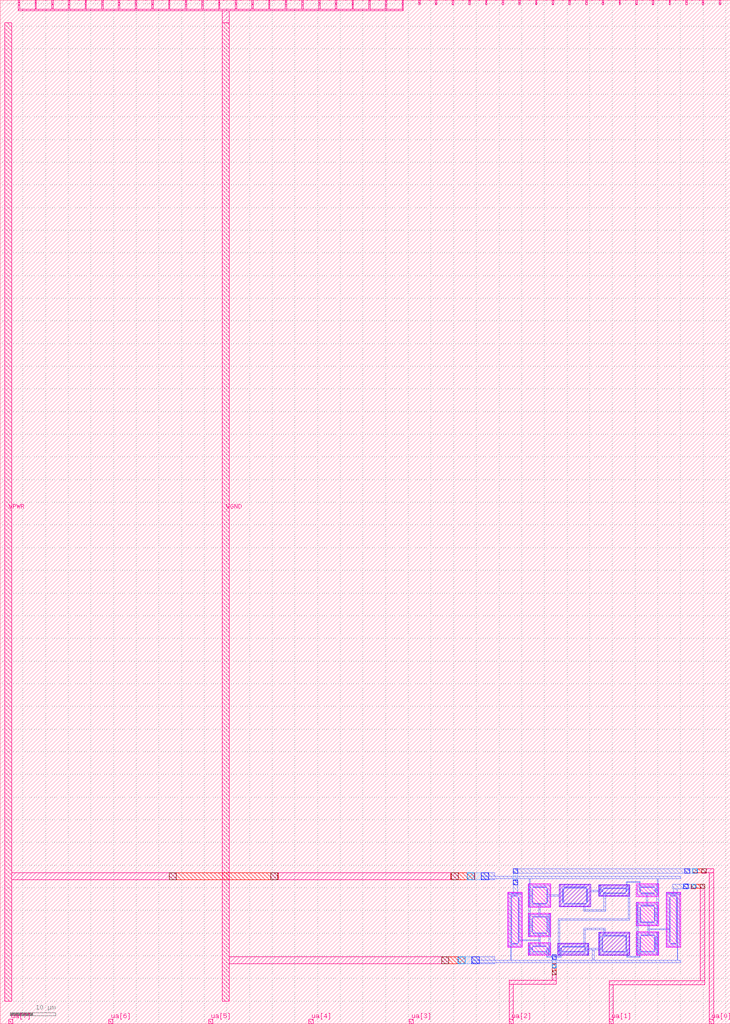
<source format=lef>
VERSION 5.7 ;
  NOWIREEXTENSIONATPIN ON ;
  DIVIDERCHAR "/" ;
  BUSBITCHARS "[]" ;
MACRO tt_um_adennen_inverter
  CLASS BLOCK ;
  FOREIGN tt_um_adennen_inverter ;
  ORIGIN 0.000 0.000 ;
  SIZE 161.000 BY 225.760 ;
  PIN clk
    DIRECTION INPUT ;
    USE SIGNAL ;
    PORT
      LAYER met4 ;
        RECT 154.870 224.760 155.170 225.760 ;
    END
  END clk
  PIN ena
    DIRECTION INPUT ;
    USE SIGNAL ;
    PORT
      LAYER met4 ;
        RECT 158.550 224.760 158.850 225.760 ;
    END
  END ena
  PIN rst_n
    DIRECTION INPUT ;
    USE SIGNAL ;
    PORT
      LAYER met4 ;
        RECT 151.190 224.760 151.490 225.760 ;
    END
  END rst_n
  PIN ua[0]
    DIRECTION INOUT ;
    USE SIGNAL ;
    ANTENNADIFFAREA 4.892600 ;
    PORT
      LAYER met4 ;
        RECT 156.410 0.000 157.310 1.000 ;
    END
  END ua[0]
  PIN ua[1]
    DIRECTION INOUT ;
    USE SIGNAL ;
    ANTENNADIFFAREA 4.892600 ;
    PORT
      LAYER met4 ;
        RECT 134.330 0.000 135.230 1.000 ;
    END
  END ua[1]
  PIN ua[2]
    DIRECTION INOUT ;
    USE SIGNAL ;
    ANTENNADIFFAREA 0.339300 ;
    PORT
      LAYER met4 ;
        RECT 112.250 0.000 113.150 1.000 ;
    END
  END ua[2]
  PIN ua[3]
    DIRECTION INOUT ;
    USE SIGNAL ;
    PORT
      LAYER met4 ;
        RECT 90.170 0.000 91.070 1.000 ;
    END
  END ua[3]
  PIN ua[4]
    DIRECTION INOUT ;
    USE SIGNAL ;
    PORT
      LAYER met4 ;
        RECT 68.090 0.000 68.990 1.000 ;
    END
  END ua[4]
  PIN ua[5]
    DIRECTION INOUT ;
    USE SIGNAL ;
    PORT
      LAYER met4 ;
        RECT 46.010 0.000 46.910 1.000 ;
    END
  END ua[5]
  PIN ua[6]
    DIRECTION INOUT ;
    USE SIGNAL ;
    PORT
      LAYER met4 ;
        RECT 23.930 0.000 24.830 1.000 ;
    END
  END ua[6]
  PIN ua[7]
    DIRECTION INOUT ;
    USE SIGNAL ;
    PORT
      LAYER met4 ;
        RECT 1.850 0.000 2.750 1.000 ;
    END
  END ua[7]
  PIN ui_in[0]
    DIRECTION INPUT ;
    USE SIGNAL ;
    PORT
      LAYER met4 ;
        RECT 147.510 224.760 147.810 225.760 ;
    END
  END ui_in[0]
  PIN ui_in[1]
    DIRECTION INPUT ;
    USE SIGNAL ;
    PORT
      LAYER met4 ;
        RECT 143.830 224.760 144.130 225.760 ;
    END
  END ui_in[1]
  PIN ui_in[2]
    DIRECTION INPUT ;
    USE SIGNAL ;
    PORT
      LAYER met4 ;
        RECT 140.150 224.760 140.450 225.760 ;
    END
  END ui_in[2]
  PIN ui_in[3]
    DIRECTION INPUT ;
    USE SIGNAL ;
    PORT
      LAYER met4 ;
        RECT 136.470 224.760 136.770 225.760 ;
    END
  END ui_in[3]
  PIN ui_in[4]
    DIRECTION INPUT ;
    USE SIGNAL ;
    PORT
      LAYER met4 ;
        RECT 132.790 224.760 133.090 225.760 ;
    END
  END ui_in[4]
  PIN ui_in[5]
    DIRECTION INPUT ;
    USE SIGNAL ;
    PORT
      LAYER met4 ;
        RECT 129.110 224.760 129.410 225.760 ;
    END
  END ui_in[5]
  PIN ui_in[6]
    DIRECTION INPUT ;
    USE SIGNAL ;
    PORT
      LAYER met4 ;
        RECT 125.430 224.760 125.730 225.760 ;
    END
  END ui_in[6]
  PIN ui_in[7]
    DIRECTION INPUT ;
    USE SIGNAL ;
    PORT
      LAYER met4 ;
        RECT 121.750 224.760 122.050 225.760 ;
    END
  END ui_in[7]
  PIN uio_in[0]
    DIRECTION INPUT ;
    USE SIGNAL ;
    PORT
      LAYER met4 ;
        RECT 118.070 224.760 118.370 225.760 ;
    END
  END uio_in[0]
  PIN uio_in[1]
    DIRECTION INPUT ;
    USE SIGNAL ;
    PORT
      LAYER met4 ;
        RECT 114.390 224.760 114.690 225.760 ;
    END
  END uio_in[1]
  PIN uio_in[2]
    DIRECTION INPUT ;
    USE SIGNAL ;
    PORT
      LAYER met4 ;
        RECT 110.710 224.760 111.010 225.760 ;
    END
  END uio_in[2]
  PIN uio_in[3]
    DIRECTION INPUT ;
    USE SIGNAL ;
    PORT
      LAYER met4 ;
        RECT 107.030 224.760 107.330 225.760 ;
    END
  END uio_in[3]
  PIN uio_in[4]
    DIRECTION INPUT ;
    USE SIGNAL ;
    PORT
      LAYER met4 ;
        RECT 103.350 224.760 103.650 225.760 ;
    END
  END uio_in[4]
  PIN uio_in[5]
    DIRECTION INPUT ;
    USE SIGNAL ;
    PORT
      LAYER met4 ;
        RECT 99.670 224.760 99.970 225.760 ;
    END
  END uio_in[5]
  PIN uio_in[6]
    DIRECTION INPUT ;
    USE SIGNAL ;
    PORT
      LAYER met4 ;
        RECT 95.990 224.760 96.290 225.760 ;
    END
  END uio_in[6]
  PIN uio_in[7]
    DIRECTION INPUT ;
    USE SIGNAL ;
    PORT
      LAYER met4 ;
        RECT 92.310 224.760 92.610 225.760 ;
    END
  END uio_in[7]
  PIN uio_oe[0]
    DIRECTION OUTPUT TRISTATE ;
    USE SIGNAL ;
    ANTENNAGATEAREA 26.000000 ;
    ANTENNADIFFAREA 16.568199 ;
    PORT
      LAYER met4 ;
        RECT 29.750 224.760 30.050 225.760 ;
    END
  END uio_oe[0]
  PIN uio_oe[1]
    DIRECTION OUTPUT TRISTATE ;
    USE SIGNAL ;
    ANTENNAGATEAREA 26.000000 ;
    ANTENNADIFFAREA 16.568199 ;
    PORT
      LAYER met4 ;
        RECT 26.070 224.760 26.370 225.760 ;
    END
  END uio_oe[1]
  PIN uio_oe[2]
    DIRECTION OUTPUT TRISTATE ;
    USE SIGNAL ;
    ANTENNAGATEAREA 26.000000 ;
    ANTENNADIFFAREA 16.568199 ;
    PORT
      LAYER met4 ;
        RECT 22.390 224.760 22.690 225.760 ;
    END
  END uio_oe[2]
  PIN uio_oe[3]
    DIRECTION OUTPUT TRISTATE ;
    USE SIGNAL ;
    ANTENNAGATEAREA 26.000000 ;
    ANTENNADIFFAREA 16.568199 ;
    PORT
      LAYER met4 ;
        RECT 18.710 224.760 19.010 225.760 ;
    END
  END uio_oe[3]
  PIN uio_oe[4]
    DIRECTION OUTPUT TRISTATE ;
    USE SIGNAL ;
    ANTENNAGATEAREA 26.000000 ;
    ANTENNADIFFAREA 16.568199 ;
    PORT
      LAYER met4 ;
        RECT 15.030 224.760 15.330 225.760 ;
    END
  END uio_oe[4]
  PIN uio_oe[5]
    DIRECTION OUTPUT TRISTATE ;
    USE SIGNAL ;
    ANTENNAGATEAREA 26.000000 ;
    ANTENNADIFFAREA 16.568199 ;
    PORT
      LAYER met4 ;
        RECT 11.350 224.760 11.650 225.760 ;
    END
  END uio_oe[5]
  PIN uio_oe[6]
    DIRECTION OUTPUT TRISTATE ;
    USE SIGNAL ;
    ANTENNAGATEAREA 26.000000 ;
    ANTENNADIFFAREA 16.568199 ;
    PORT
      LAYER met4 ;
        RECT 7.670 224.760 7.970 225.760 ;
    END
  END uio_oe[6]
  PIN uio_oe[7]
    DIRECTION OUTPUT TRISTATE ;
    USE SIGNAL ;
    ANTENNAGATEAREA 26.000000 ;
    ANTENNADIFFAREA 16.568199 ;
    PORT
      LAYER met4 ;
        RECT 3.990 224.760 4.290 225.760 ;
    END
  END uio_oe[7]
  PIN uio_out[0]
    DIRECTION OUTPUT TRISTATE ;
    USE SIGNAL ;
    ANTENNAGATEAREA 26.000000 ;
    ANTENNADIFFAREA 16.568199 ;
    PORT
      LAYER met4 ;
        RECT 59.190 224.760 59.490 225.760 ;
    END
  END uio_out[0]
  PIN uio_out[1]
    DIRECTION OUTPUT TRISTATE ;
    USE SIGNAL ;
    ANTENNAGATEAREA 26.000000 ;
    ANTENNADIFFAREA 16.568199 ;
    PORT
      LAYER met4 ;
        RECT 55.510 224.760 55.810 225.760 ;
    END
  END uio_out[1]
  PIN uio_out[2]
    DIRECTION OUTPUT TRISTATE ;
    USE SIGNAL ;
    ANTENNAGATEAREA 26.000000 ;
    ANTENNADIFFAREA 16.568199 ;
    PORT
      LAYER met4 ;
        RECT 51.830 224.760 52.130 225.760 ;
    END
  END uio_out[2]
  PIN uio_out[3]
    DIRECTION OUTPUT TRISTATE ;
    USE SIGNAL ;
    ANTENNAGATEAREA 26.000000 ;
    ANTENNADIFFAREA 16.568199 ;
    PORT
      LAYER met4 ;
        RECT 48.150 224.760 48.450 225.760 ;
    END
  END uio_out[3]
  PIN uio_out[4]
    DIRECTION OUTPUT TRISTATE ;
    USE SIGNAL ;
    ANTENNAGATEAREA 26.000000 ;
    ANTENNADIFFAREA 16.568199 ;
    PORT
      LAYER met4 ;
        RECT 44.470 224.760 44.770 225.760 ;
    END
  END uio_out[4]
  PIN uio_out[5]
    DIRECTION OUTPUT TRISTATE ;
    USE SIGNAL ;
    ANTENNAGATEAREA 26.000000 ;
    ANTENNADIFFAREA 16.568199 ;
    PORT
      LAYER met4 ;
        RECT 40.790 224.760 41.090 225.760 ;
    END
  END uio_out[5]
  PIN uio_out[6]
    DIRECTION OUTPUT TRISTATE ;
    USE SIGNAL ;
    ANTENNAGATEAREA 26.000000 ;
    ANTENNADIFFAREA 16.568199 ;
    PORT
      LAYER met4 ;
        RECT 37.110 224.760 37.410 225.760 ;
    END
  END uio_out[6]
  PIN uio_out[7]
    DIRECTION OUTPUT TRISTATE ;
    USE SIGNAL ;
    ANTENNAGATEAREA 26.000000 ;
    ANTENNADIFFAREA 16.568199 ;
    PORT
      LAYER met4 ;
        RECT 33.430 224.760 33.730 225.760 ;
    END
  END uio_out[7]
  PIN uo_out[0]
    DIRECTION OUTPUT TRISTATE ;
    USE SIGNAL ;
    ANTENNAGATEAREA 26.000000 ;
    ANTENNADIFFAREA 16.568199 ;
    PORT
      LAYER met4 ;
        RECT 88.630 224.760 88.930 225.760 ;
    END
  END uo_out[0]
  PIN uo_out[1]
    DIRECTION OUTPUT TRISTATE ;
    USE SIGNAL ;
    ANTENNAGATEAREA 26.000000 ;
    ANTENNADIFFAREA 16.568199 ;
    PORT
      LAYER met4 ;
        RECT 84.950 224.760 85.250 225.760 ;
    END
  END uo_out[1]
  PIN uo_out[2]
    DIRECTION OUTPUT TRISTATE ;
    USE SIGNAL ;
    ANTENNAGATEAREA 26.000000 ;
    ANTENNADIFFAREA 16.568199 ;
    PORT
      LAYER met4 ;
        RECT 81.270 224.760 81.570 225.760 ;
    END
  END uo_out[2]
  PIN uo_out[3]
    DIRECTION OUTPUT TRISTATE ;
    USE SIGNAL ;
    ANTENNAGATEAREA 26.000000 ;
    ANTENNADIFFAREA 16.568199 ;
    PORT
      LAYER met4 ;
        RECT 77.590 224.760 77.890 225.760 ;
    END
  END uo_out[3]
  PIN uo_out[4]
    DIRECTION OUTPUT TRISTATE ;
    USE SIGNAL ;
    ANTENNAGATEAREA 26.000000 ;
    ANTENNADIFFAREA 16.568199 ;
    PORT
      LAYER met4 ;
        RECT 73.910 224.760 74.210 225.760 ;
    END
  END uo_out[4]
  PIN uo_out[5]
    DIRECTION OUTPUT TRISTATE ;
    USE SIGNAL ;
    ANTENNAGATEAREA 26.000000 ;
    ANTENNADIFFAREA 16.568199 ;
    PORT
      LAYER met4 ;
        RECT 70.230 224.760 70.530 225.760 ;
    END
  END uo_out[5]
  PIN uo_out[6]
    DIRECTION OUTPUT TRISTATE ;
    USE SIGNAL ;
    ANTENNAGATEAREA 26.000000 ;
    ANTENNADIFFAREA 16.568199 ;
    PORT
      LAYER met4 ;
        RECT 66.550 224.760 66.850 225.760 ;
    END
  END uo_out[6]
  PIN uo_out[7]
    DIRECTION OUTPUT TRISTATE ;
    USE SIGNAL ;
    ANTENNAGATEAREA 26.000000 ;
    ANTENNADIFFAREA 16.568199 ;
    PORT
      LAYER met4 ;
        RECT 62.870 224.760 63.170 225.760 ;
    END
  END uo_out[7]
  PIN VPWR
    DIRECTION INOUT ;
    USE POWER ;
    PORT
      LAYER met4 ;
        RECT 1.000 5.000 2.500 220.760 ;
    END
  END VPWR
  PIN VGND
    DIRECTION INOUT ;
    USE GROUND ;
    PORT
      LAYER met4 ;
        RECT 49.000 5.000 50.500 220.760 ;
    END
  END VGND
  OBS
      LAYER nwell ;
        RECT 111.890 16.830 115.150 29.020 ;
        RECT 116.480 25.650 121.440 30.840 ;
      LAYER pwell ;
        RECT 123.330 25.770 130.190 30.770 ;
        RECT 132.020 28.080 138.880 30.650 ;
      LAYER nwell ;
        RECT 140.290 28.050 145.250 30.840 ;
        RECT 116.485 19.185 121.445 24.375 ;
        RECT 140.270 21.570 145.230 26.760 ;
        RECT 116.470 15.110 121.430 17.900 ;
      LAYER pwell ;
        RECT 122.980 15.150 129.840 17.720 ;
        RECT 132.000 15.140 138.860 20.140 ;
      LAYER nwell ;
        RECT 140.280 15.100 145.240 20.290 ;
        RECT 146.830 16.830 150.090 29.020 ;
      LAYER li1 ;
        RECT 116.660 30.490 121.260 30.660 ;
        RECT 116.660 30.180 116.830 30.490 ;
        RECT 112.550 28.840 114.500 28.860 ;
        RECT 112.070 28.670 114.970 28.840 ;
        RECT 112.070 17.180 112.240 28.670 ;
        RECT 112.550 28.640 114.500 28.670 ;
        RECT 112.870 28.160 114.170 28.330 ;
        RECT 112.640 17.905 112.810 27.945 ;
        RECT 114.230 17.905 114.400 27.945 ;
        RECT 112.870 17.520 114.170 17.690 ;
        RECT 114.800 17.180 114.970 28.670 ;
        RECT 116.630 26.310 116.850 30.180 ;
        RECT 117.460 29.980 120.460 30.150 ;
        RECT 117.230 26.725 117.400 29.765 ;
        RECT 120.520 26.725 120.690 29.765 ;
        RECT 117.460 26.340 120.460 26.510 ;
        RECT 116.660 26.000 116.830 26.310 ;
        RECT 121.090 26.000 121.260 30.490 ;
        RECT 116.660 25.830 121.260 26.000 ;
        RECT 123.460 30.470 130.060 30.640 ;
        RECT 123.460 26.070 123.630 30.470 ;
        RECT 124.260 29.960 129.260 30.130 ;
        RECT 124.030 26.750 124.200 29.790 ;
        RECT 129.320 26.750 129.490 29.790 ;
        RECT 124.260 26.410 129.260 26.580 ;
        RECT 129.890 26.070 130.060 30.470 ;
        RECT 132.150 30.350 138.750 30.520 ;
        RECT 132.150 30.040 132.320 30.350 ;
        RECT 138.580 30.040 138.750 30.350 ;
        RECT 140.470 30.490 145.070 30.660 ;
        RECT 132.120 28.690 132.340 30.040 ;
        RECT 132.950 29.840 137.950 30.010 ;
        RECT 132.720 29.060 132.890 29.670 ;
        RECT 138.010 29.060 138.180 29.670 ;
        RECT 132.950 28.720 137.950 28.890 ;
        RECT 138.550 28.690 138.790 30.040 ;
        RECT 132.150 28.380 132.320 28.690 ;
        RECT 138.580 28.380 138.750 28.690 ;
        RECT 132.150 28.210 138.750 28.380 ;
        RECT 140.470 28.400 140.640 30.490 ;
        RECT 144.900 30.180 145.070 30.490 ;
        RECT 141.270 29.980 144.270 30.150 ;
        RECT 141.040 29.125 141.210 29.765 ;
        RECT 144.330 29.125 144.500 29.765 ;
        RECT 141.270 28.740 144.270 28.910 ;
        RECT 144.870 28.710 145.100 30.180 ;
        RECT 147.490 28.840 149.430 28.860 ;
        RECT 144.900 28.400 145.070 28.710 ;
        RECT 140.470 28.230 145.070 28.400 ;
        RECT 147.010 28.670 149.910 28.840 ;
        RECT 140.450 26.410 145.050 26.580 ;
        RECT 140.450 26.100 140.620 26.410 ;
        RECT 144.880 26.100 145.050 26.410 ;
        RECT 123.460 25.900 130.060 26.070 ;
        RECT 116.665 24.025 121.265 24.195 ;
        RECT 116.665 23.720 116.835 24.025 ;
        RECT 121.095 23.720 121.265 24.025 ;
        RECT 116.640 19.840 116.860 23.720 ;
        RECT 117.465 23.515 120.465 23.685 ;
        RECT 117.235 20.260 117.405 23.300 ;
        RECT 120.525 20.260 120.695 23.300 ;
        RECT 117.465 19.875 120.465 20.045 ;
        RECT 121.080 19.840 121.290 23.720 ;
        RECT 140.420 22.230 140.650 26.100 ;
        RECT 141.250 25.900 144.250 26.070 ;
        RECT 141.020 22.645 141.190 25.685 ;
        RECT 144.310 22.645 144.480 25.685 ;
        RECT 141.250 22.260 144.250 22.430 ;
        RECT 144.850 22.230 145.080 26.100 ;
        RECT 140.450 21.920 140.620 22.230 ;
        RECT 144.880 21.920 145.050 22.230 ;
        RECT 140.450 21.750 145.050 21.920 ;
        RECT 132.130 19.840 138.730 20.010 ;
        RECT 116.665 19.535 116.835 19.840 ;
        RECT 121.095 19.535 121.265 19.840 ;
        RECT 116.665 19.365 121.265 19.535 ;
        RECT 132.130 19.530 132.300 19.840 ;
        RECT 116.650 17.550 121.250 17.720 ;
        RECT 116.650 17.240 116.820 17.550 ;
        RECT 121.080 17.240 121.250 17.550 ;
        RECT 123.110 17.420 129.710 17.590 ;
        RECT 112.070 17.010 114.970 17.180 ;
        RECT 116.630 15.770 116.850 17.240 ;
        RECT 117.450 17.040 120.450 17.210 ;
        RECT 117.220 16.185 117.390 16.825 ;
        RECT 120.510 16.185 120.680 16.825 ;
        RECT 117.450 15.800 120.450 15.970 ;
        RECT 121.060 15.770 121.280 17.240 ;
        RECT 123.110 17.110 123.280 17.420 ;
        RECT 129.540 17.110 129.710 17.420 ;
        RECT 116.650 15.460 116.820 15.770 ;
        RECT 121.080 15.460 121.250 15.770 ;
        RECT 123.060 15.760 123.320 17.110 ;
        RECT 123.910 16.910 128.910 17.080 ;
        RECT 123.680 16.130 123.850 16.740 ;
        RECT 128.970 16.130 129.140 16.740 ;
        RECT 123.910 15.790 128.910 15.960 ;
        RECT 129.510 15.760 129.750 17.110 ;
        RECT 116.650 15.290 121.250 15.460 ;
        RECT 123.110 15.450 123.280 15.760 ;
        RECT 129.540 15.450 129.710 15.760 ;
        RECT 132.110 15.750 132.330 19.530 ;
        RECT 132.930 19.330 137.930 19.500 ;
        RECT 132.700 16.120 132.870 19.160 ;
        RECT 137.990 16.120 138.160 19.160 ;
        RECT 132.930 15.780 137.930 15.950 ;
        RECT 123.110 15.280 129.710 15.450 ;
        RECT 132.130 15.440 132.300 15.750 ;
        RECT 138.560 15.440 138.730 19.840 ;
        RECT 140.460 19.940 145.060 20.110 ;
        RECT 140.460 19.630 140.630 19.940 ;
        RECT 144.890 19.630 145.060 19.940 ;
        RECT 140.430 15.760 140.660 19.630 ;
        RECT 141.260 19.430 144.260 19.600 ;
        RECT 141.030 16.175 141.200 19.215 ;
        RECT 144.320 16.175 144.490 19.215 ;
        RECT 141.260 15.790 144.260 15.960 ;
        RECT 144.870 15.760 145.080 19.630 ;
        RECT 147.010 17.180 147.180 28.670 ;
        RECT 147.490 28.650 149.430 28.670 ;
        RECT 147.810 28.160 149.110 28.330 ;
        RECT 147.580 17.905 147.750 27.945 ;
        RECT 149.170 17.905 149.340 27.945 ;
        RECT 147.810 17.520 149.110 17.690 ;
        RECT 149.740 17.180 149.910 28.670 ;
        RECT 147.010 17.010 149.910 17.180 ;
        RECT 132.130 15.270 138.730 15.440 ;
        RECT 140.460 15.450 140.630 15.760 ;
        RECT 144.890 15.450 145.060 15.760 ;
        RECT 140.460 15.280 145.060 15.450 ;
      LAYER mcon ;
        RECT 116.655 29.960 116.825 30.130 ;
        RECT 117.615 29.980 117.785 30.150 ;
        RECT 117.975 29.980 118.145 30.150 ;
        RECT 118.335 29.980 118.505 30.150 ;
        RECT 118.695 29.980 118.865 30.150 ;
        RECT 119.055 29.980 119.225 30.150 ;
        RECT 119.415 29.980 119.585 30.150 ;
        RECT 119.775 29.980 119.945 30.150 ;
        RECT 120.135 29.980 120.305 30.150 ;
        RECT 116.655 29.600 116.825 29.770 ;
        RECT 116.655 29.240 116.825 29.410 ;
        RECT 116.655 28.880 116.825 29.050 ;
        RECT 112.720 28.665 112.890 28.835 ;
        RECT 113.080 28.665 113.250 28.835 ;
        RECT 113.440 28.665 113.610 28.835 ;
        RECT 113.800 28.665 113.970 28.835 ;
        RECT 114.160 28.665 114.330 28.835 ;
        RECT 113.075 28.160 113.245 28.330 ;
        RECT 113.435 28.160 113.605 28.330 ;
        RECT 113.795 28.160 113.965 28.330 ;
        RECT 112.640 27.520 112.810 27.690 ;
        RECT 112.640 27.160 112.810 27.330 ;
        RECT 112.640 26.800 112.810 26.970 ;
        RECT 112.640 26.440 112.810 26.610 ;
        RECT 112.640 26.080 112.810 26.250 ;
        RECT 112.640 25.720 112.810 25.890 ;
        RECT 112.640 25.360 112.810 25.530 ;
        RECT 112.640 25.000 112.810 25.170 ;
        RECT 112.640 24.640 112.810 24.810 ;
        RECT 112.640 24.280 112.810 24.450 ;
        RECT 112.640 23.920 112.810 24.090 ;
        RECT 112.640 23.560 112.810 23.730 ;
        RECT 112.640 23.200 112.810 23.370 ;
        RECT 112.640 22.840 112.810 23.010 ;
        RECT 112.640 22.480 112.810 22.650 ;
        RECT 112.640 22.120 112.810 22.290 ;
        RECT 112.640 21.760 112.810 21.930 ;
        RECT 112.640 21.400 112.810 21.570 ;
        RECT 112.640 21.040 112.810 21.210 ;
        RECT 112.640 20.680 112.810 20.850 ;
        RECT 112.640 20.320 112.810 20.490 ;
        RECT 112.640 19.960 112.810 20.130 ;
        RECT 112.640 19.600 112.810 19.770 ;
        RECT 112.640 19.240 112.810 19.410 ;
        RECT 112.640 18.880 112.810 19.050 ;
        RECT 112.640 18.520 112.810 18.690 ;
        RECT 112.640 18.160 112.810 18.330 ;
        RECT 114.230 27.520 114.400 27.690 ;
        RECT 114.230 27.160 114.400 27.330 ;
        RECT 114.230 26.800 114.400 26.970 ;
        RECT 114.230 26.440 114.400 26.610 ;
        RECT 114.230 26.080 114.400 26.250 ;
        RECT 114.230 25.720 114.400 25.890 ;
        RECT 114.230 25.360 114.400 25.530 ;
        RECT 114.230 25.000 114.400 25.170 ;
        RECT 114.230 24.640 114.400 24.810 ;
        RECT 114.230 24.280 114.400 24.450 ;
        RECT 114.230 23.920 114.400 24.090 ;
        RECT 114.230 23.560 114.400 23.730 ;
        RECT 114.230 23.200 114.400 23.370 ;
        RECT 114.230 22.840 114.400 23.010 ;
        RECT 114.230 22.480 114.400 22.650 ;
        RECT 114.230 22.120 114.400 22.290 ;
        RECT 114.230 21.760 114.400 21.930 ;
        RECT 114.230 21.400 114.400 21.570 ;
        RECT 114.230 21.040 114.400 21.210 ;
        RECT 114.230 20.680 114.400 20.850 ;
        RECT 114.230 20.320 114.400 20.490 ;
        RECT 114.230 19.960 114.400 20.130 ;
        RECT 114.230 19.600 114.400 19.770 ;
        RECT 114.230 19.240 114.400 19.410 ;
        RECT 114.230 18.880 114.400 19.050 ;
        RECT 114.230 18.520 114.400 18.690 ;
        RECT 114.230 18.160 114.400 18.330 ;
        RECT 113.075 17.520 113.245 17.690 ;
        RECT 113.435 17.520 113.605 17.690 ;
        RECT 113.795 17.520 113.965 17.690 ;
        RECT 116.655 28.520 116.825 28.690 ;
        RECT 116.655 28.160 116.825 28.330 ;
        RECT 116.655 27.800 116.825 27.970 ;
        RECT 116.655 27.440 116.825 27.610 ;
        RECT 116.655 27.080 116.825 27.250 ;
        RECT 116.655 26.720 116.825 26.890 ;
        RECT 117.230 29.420 117.400 29.590 ;
        RECT 117.230 29.060 117.400 29.230 ;
        RECT 117.230 28.700 117.400 28.870 ;
        RECT 117.230 28.340 117.400 28.510 ;
        RECT 117.230 27.980 117.400 28.150 ;
        RECT 117.230 27.620 117.400 27.790 ;
        RECT 117.230 27.260 117.400 27.430 ;
        RECT 117.230 26.900 117.400 27.070 ;
        RECT 120.520 29.420 120.690 29.590 ;
        RECT 120.520 29.060 120.690 29.230 ;
        RECT 120.520 28.700 120.690 28.870 ;
        RECT 120.520 28.340 120.690 28.510 ;
        RECT 120.520 27.980 120.690 28.150 ;
        RECT 120.520 27.620 120.690 27.790 ;
        RECT 120.520 27.260 120.690 27.430 ;
        RECT 120.520 26.900 120.690 27.070 ;
        RECT 116.655 26.360 116.825 26.530 ;
        RECT 117.615 26.340 117.785 26.510 ;
        RECT 117.975 26.340 118.145 26.510 ;
        RECT 118.335 26.340 118.505 26.510 ;
        RECT 118.695 26.340 118.865 26.510 ;
        RECT 119.055 26.340 119.225 26.510 ;
        RECT 119.415 26.340 119.585 26.510 ;
        RECT 119.775 26.340 119.945 26.510 ;
        RECT 120.135 26.340 120.305 26.510 ;
        RECT 124.515 29.960 124.685 30.130 ;
        RECT 124.875 29.960 125.045 30.130 ;
        RECT 125.235 29.960 125.405 30.130 ;
        RECT 125.595 29.960 125.765 30.130 ;
        RECT 125.955 29.960 126.125 30.130 ;
        RECT 126.315 29.960 126.485 30.130 ;
        RECT 126.675 29.960 126.845 30.130 ;
        RECT 127.035 29.960 127.205 30.130 ;
        RECT 127.395 29.960 127.565 30.130 ;
        RECT 127.755 29.960 127.925 30.130 ;
        RECT 128.115 29.960 128.285 30.130 ;
        RECT 128.475 29.960 128.645 30.130 ;
        RECT 128.835 29.960 129.005 30.130 ;
        RECT 124.030 29.445 124.200 29.615 ;
        RECT 124.030 29.085 124.200 29.255 ;
        RECT 124.030 28.725 124.200 28.895 ;
        RECT 124.030 28.365 124.200 28.535 ;
        RECT 124.030 28.005 124.200 28.175 ;
        RECT 124.030 27.645 124.200 27.815 ;
        RECT 124.030 27.285 124.200 27.455 ;
        RECT 124.030 26.925 124.200 27.095 ;
        RECT 129.320 29.445 129.490 29.615 ;
        RECT 129.320 29.085 129.490 29.255 ;
        RECT 129.320 28.725 129.490 28.895 ;
        RECT 129.320 28.365 129.490 28.535 ;
        RECT 129.320 28.005 129.490 28.175 ;
        RECT 129.320 27.645 129.490 27.815 ;
        RECT 129.320 27.285 129.490 27.455 ;
        RECT 129.320 26.925 129.490 27.095 ;
        RECT 124.515 26.410 124.685 26.580 ;
        RECT 124.875 26.410 125.045 26.580 ;
        RECT 125.235 26.410 125.405 26.580 ;
        RECT 125.595 26.410 125.765 26.580 ;
        RECT 125.955 26.410 126.125 26.580 ;
        RECT 126.315 26.410 126.485 26.580 ;
        RECT 126.675 26.410 126.845 26.580 ;
        RECT 127.035 26.410 127.205 26.580 ;
        RECT 127.395 26.410 127.565 26.580 ;
        RECT 127.755 26.410 127.925 26.580 ;
        RECT 128.115 26.410 128.285 26.580 ;
        RECT 128.475 26.410 128.645 26.580 ;
        RECT 128.835 26.410 129.005 26.580 ;
        RECT 132.145 29.820 132.315 29.990 ;
        RECT 133.205 29.840 133.375 30.010 ;
        RECT 133.565 29.840 133.735 30.010 ;
        RECT 133.925 29.840 134.095 30.010 ;
        RECT 134.285 29.840 134.455 30.010 ;
        RECT 134.645 29.840 134.815 30.010 ;
        RECT 135.005 29.840 135.175 30.010 ;
        RECT 135.365 29.840 135.535 30.010 ;
        RECT 135.725 29.840 135.895 30.010 ;
        RECT 136.085 29.840 136.255 30.010 ;
        RECT 136.445 29.840 136.615 30.010 ;
        RECT 136.805 29.840 136.975 30.010 ;
        RECT 137.165 29.840 137.335 30.010 ;
        RECT 137.525 29.840 137.695 30.010 ;
        RECT 138.585 29.820 138.755 29.990 ;
        RECT 132.145 29.460 132.315 29.630 ;
        RECT 132.145 29.100 132.315 29.270 ;
        RECT 132.720 29.280 132.890 29.450 ;
        RECT 138.010 29.280 138.180 29.450 ;
        RECT 138.585 29.460 138.755 29.630 ;
        RECT 138.585 29.100 138.755 29.270 ;
        RECT 132.145 28.740 132.315 28.910 ;
        RECT 133.205 28.720 133.375 28.890 ;
        RECT 133.565 28.720 133.735 28.890 ;
        RECT 133.925 28.720 134.095 28.890 ;
        RECT 134.285 28.720 134.455 28.890 ;
        RECT 134.645 28.720 134.815 28.890 ;
        RECT 135.005 28.720 135.175 28.890 ;
        RECT 135.365 28.720 135.535 28.890 ;
        RECT 135.725 28.720 135.895 28.890 ;
        RECT 136.085 28.720 136.255 28.890 ;
        RECT 136.445 28.720 136.615 28.890 ;
        RECT 136.805 28.720 136.975 28.890 ;
        RECT 137.165 28.720 137.335 28.890 ;
        RECT 137.525 28.720 137.695 28.890 ;
        RECT 138.585 28.740 138.755 28.910 ;
        RECT 141.425 29.980 141.595 30.150 ;
        RECT 141.785 29.980 141.955 30.150 ;
        RECT 142.145 29.980 142.315 30.150 ;
        RECT 142.505 29.980 142.675 30.150 ;
        RECT 142.865 29.980 143.035 30.150 ;
        RECT 143.225 29.980 143.395 30.150 ;
        RECT 143.585 29.980 143.755 30.150 ;
        RECT 143.945 29.980 144.115 30.150 ;
        RECT 144.900 29.900 145.070 30.070 ;
        RECT 141.040 29.360 141.210 29.530 ;
        RECT 144.330 29.360 144.500 29.530 ;
        RECT 144.900 29.540 145.070 29.710 ;
        RECT 144.900 29.180 145.070 29.350 ;
        RECT 141.425 28.740 141.595 28.910 ;
        RECT 141.785 28.740 141.955 28.910 ;
        RECT 142.145 28.740 142.315 28.910 ;
        RECT 142.505 28.740 142.675 28.910 ;
        RECT 142.865 28.740 143.035 28.910 ;
        RECT 143.225 28.740 143.395 28.910 ;
        RECT 143.585 28.740 143.755 28.910 ;
        RECT 143.945 28.740 144.115 28.910 ;
        RECT 144.900 28.820 145.070 28.990 ;
        RECT 147.655 28.670 147.825 28.840 ;
        RECT 148.015 28.670 148.185 28.840 ;
        RECT 148.375 28.670 148.545 28.840 ;
        RECT 148.735 28.670 148.905 28.840 ;
        RECT 149.095 28.670 149.265 28.840 ;
        RECT 140.450 25.880 140.620 26.050 ;
        RECT 141.405 25.900 141.575 26.070 ;
        RECT 141.765 25.900 141.935 26.070 ;
        RECT 142.125 25.900 142.295 26.070 ;
        RECT 142.485 25.900 142.655 26.070 ;
        RECT 142.845 25.900 143.015 26.070 ;
        RECT 143.205 25.900 143.375 26.070 ;
        RECT 143.565 25.900 143.735 26.070 ;
        RECT 143.925 25.900 144.095 26.070 ;
        RECT 140.450 25.520 140.620 25.690 ;
        RECT 144.880 25.880 145.050 26.050 ;
        RECT 140.450 25.160 140.620 25.330 ;
        RECT 140.450 24.800 140.620 24.970 ;
        RECT 140.450 24.440 140.620 24.610 ;
        RECT 140.450 24.080 140.620 24.250 ;
        RECT 140.450 23.720 140.620 23.890 ;
        RECT 116.665 23.495 116.835 23.665 ;
        RECT 117.620 23.515 117.790 23.685 ;
        RECT 117.980 23.515 118.150 23.685 ;
        RECT 118.340 23.515 118.510 23.685 ;
        RECT 118.700 23.515 118.870 23.685 ;
        RECT 119.060 23.515 119.230 23.685 ;
        RECT 119.420 23.515 119.590 23.685 ;
        RECT 119.780 23.515 119.950 23.685 ;
        RECT 120.140 23.515 120.310 23.685 ;
        RECT 116.665 23.135 116.835 23.305 ;
        RECT 121.100 23.495 121.270 23.665 ;
        RECT 116.665 22.775 116.835 22.945 ;
        RECT 116.665 22.415 116.835 22.585 ;
        RECT 116.665 22.055 116.835 22.225 ;
        RECT 116.665 21.695 116.835 21.865 ;
        RECT 116.665 21.335 116.835 21.505 ;
        RECT 116.665 20.975 116.835 21.145 ;
        RECT 116.665 20.615 116.835 20.785 ;
        RECT 116.665 20.255 116.835 20.425 ;
        RECT 117.235 22.955 117.405 23.125 ;
        RECT 117.235 22.595 117.405 22.765 ;
        RECT 117.235 22.235 117.405 22.405 ;
        RECT 117.235 21.875 117.405 22.045 ;
        RECT 117.235 21.515 117.405 21.685 ;
        RECT 117.235 21.155 117.405 21.325 ;
        RECT 117.235 20.795 117.405 20.965 ;
        RECT 117.235 20.435 117.405 20.605 ;
        RECT 120.525 22.955 120.695 23.125 ;
        RECT 120.525 22.595 120.695 22.765 ;
        RECT 120.525 22.235 120.695 22.405 ;
        RECT 120.525 21.875 120.695 22.045 ;
        RECT 120.525 21.515 120.695 21.685 ;
        RECT 120.525 21.155 120.695 21.325 ;
        RECT 120.525 20.795 120.695 20.965 ;
        RECT 120.525 20.435 120.695 20.605 ;
        RECT 121.100 23.135 121.270 23.305 ;
        RECT 121.100 22.775 121.270 22.945 ;
        RECT 121.100 22.415 121.270 22.585 ;
        RECT 140.450 23.360 140.620 23.530 ;
        RECT 140.450 23.000 140.620 23.170 ;
        RECT 140.450 22.640 140.620 22.810 ;
        RECT 141.020 25.340 141.190 25.510 ;
        RECT 141.020 24.980 141.190 25.150 ;
        RECT 141.020 24.620 141.190 24.790 ;
        RECT 141.020 24.260 141.190 24.430 ;
        RECT 141.020 23.900 141.190 24.070 ;
        RECT 141.020 23.540 141.190 23.710 ;
        RECT 141.020 23.180 141.190 23.350 ;
        RECT 141.020 22.820 141.190 22.990 ;
        RECT 144.310 25.340 144.480 25.510 ;
        RECT 144.310 24.980 144.480 25.150 ;
        RECT 144.310 24.620 144.480 24.790 ;
        RECT 144.310 24.260 144.480 24.430 ;
        RECT 144.310 23.900 144.480 24.070 ;
        RECT 144.310 23.540 144.480 23.710 ;
        RECT 144.310 23.180 144.480 23.350 ;
        RECT 144.310 22.820 144.480 22.990 ;
        RECT 144.880 25.520 145.050 25.690 ;
        RECT 144.880 25.160 145.050 25.330 ;
        RECT 144.880 24.800 145.050 24.970 ;
        RECT 144.880 24.440 145.050 24.610 ;
        RECT 144.880 24.080 145.050 24.250 ;
        RECT 144.880 23.720 145.050 23.890 ;
        RECT 144.880 23.360 145.050 23.530 ;
        RECT 144.880 23.000 145.050 23.170 ;
        RECT 140.450 22.280 140.620 22.450 ;
        RECT 144.880 22.640 145.050 22.810 ;
        RECT 141.405 22.260 141.575 22.430 ;
        RECT 141.765 22.260 141.935 22.430 ;
        RECT 142.125 22.260 142.295 22.430 ;
        RECT 142.485 22.260 142.655 22.430 ;
        RECT 142.845 22.260 143.015 22.430 ;
        RECT 143.205 22.260 143.375 22.430 ;
        RECT 143.565 22.260 143.735 22.430 ;
        RECT 143.925 22.260 144.095 22.430 ;
        RECT 144.880 22.280 145.050 22.450 ;
        RECT 121.100 22.055 121.270 22.225 ;
        RECT 121.100 21.695 121.270 21.865 ;
        RECT 121.100 21.335 121.270 21.505 ;
        RECT 121.100 20.975 121.270 21.145 ;
        RECT 121.100 20.615 121.270 20.785 ;
        RECT 116.665 19.895 116.835 20.065 ;
        RECT 121.100 20.255 121.270 20.425 ;
        RECT 117.620 19.875 117.790 20.045 ;
        RECT 117.980 19.875 118.150 20.045 ;
        RECT 118.340 19.875 118.510 20.045 ;
        RECT 118.700 19.875 118.870 20.045 ;
        RECT 119.060 19.875 119.230 20.045 ;
        RECT 119.420 19.875 119.590 20.045 ;
        RECT 119.780 19.875 119.950 20.045 ;
        RECT 120.140 19.875 120.310 20.045 ;
        RECT 121.100 19.895 121.270 20.065 ;
        RECT 132.135 19.355 132.305 19.525 ;
        RECT 133.185 19.330 133.355 19.500 ;
        RECT 133.545 19.330 133.715 19.500 ;
        RECT 133.905 19.330 134.075 19.500 ;
        RECT 134.265 19.330 134.435 19.500 ;
        RECT 134.625 19.330 134.795 19.500 ;
        RECT 134.985 19.330 135.155 19.500 ;
        RECT 135.345 19.330 135.515 19.500 ;
        RECT 135.705 19.330 135.875 19.500 ;
        RECT 136.065 19.330 136.235 19.500 ;
        RECT 136.425 19.330 136.595 19.500 ;
        RECT 136.785 19.330 136.955 19.500 ;
        RECT 137.145 19.330 137.315 19.500 ;
        RECT 137.505 19.330 137.675 19.500 ;
        RECT 132.135 18.995 132.305 19.165 ;
        RECT 132.135 18.635 132.305 18.805 ;
        RECT 132.135 18.275 132.305 18.445 ;
        RECT 132.135 17.915 132.305 18.085 ;
        RECT 116.655 16.960 116.825 17.130 ;
        RECT 117.605 17.040 117.775 17.210 ;
        RECT 117.965 17.040 118.135 17.210 ;
        RECT 118.325 17.040 118.495 17.210 ;
        RECT 118.685 17.040 118.855 17.210 ;
        RECT 119.045 17.040 119.215 17.210 ;
        RECT 119.405 17.040 119.575 17.210 ;
        RECT 119.765 17.040 119.935 17.210 ;
        RECT 120.125 17.040 120.295 17.210 ;
        RECT 121.085 16.960 121.255 17.130 ;
        RECT 132.135 17.555 132.305 17.725 ;
        RECT 132.135 17.195 132.305 17.365 ;
        RECT 116.655 16.600 116.825 16.770 ;
        RECT 116.655 16.240 116.825 16.410 ;
        RECT 117.220 16.420 117.390 16.590 ;
        RECT 120.510 16.420 120.680 16.590 ;
        RECT 121.085 16.600 121.255 16.770 ;
        RECT 121.085 16.240 121.255 16.410 ;
        RECT 116.655 15.880 116.825 16.050 ;
        RECT 117.605 15.800 117.775 15.970 ;
        RECT 117.965 15.800 118.135 15.970 ;
        RECT 118.325 15.800 118.495 15.970 ;
        RECT 118.685 15.800 118.855 15.970 ;
        RECT 119.045 15.800 119.215 15.970 ;
        RECT 119.405 15.800 119.575 15.970 ;
        RECT 119.765 15.800 119.935 15.970 ;
        RECT 120.125 15.800 120.295 15.970 ;
        RECT 121.085 15.880 121.255 16.050 ;
        RECT 123.105 16.890 123.275 17.060 ;
        RECT 124.165 16.910 124.335 17.080 ;
        RECT 124.525 16.910 124.695 17.080 ;
        RECT 124.885 16.910 125.055 17.080 ;
        RECT 125.245 16.910 125.415 17.080 ;
        RECT 125.605 16.910 125.775 17.080 ;
        RECT 125.965 16.910 126.135 17.080 ;
        RECT 126.325 16.910 126.495 17.080 ;
        RECT 126.685 16.910 126.855 17.080 ;
        RECT 127.045 16.910 127.215 17.080 ;
        RECT 127.405 16.910 127.575 17.080 ;
        RECT 127.765 16.910 127.935 17.080 ;
        RECT 128.125 16.910 128.295 17.080 ;
        RECT 128.485 16.910 128.655 17.080 ;
        RECT 129.545 16.890 129.715 17.060 ;
        RECT 123.105 16.530 123.275 16.700 ;
        RECT 123.105 16.170 123.275 16.340 ;
        RECT 123.680 16.350 123.850 16.520 ;
        RECT 128.970 16.350 129.140 16.520 ;
        RECT 129.545 16.530 129.715 16.700 ;
        RECT 129.545 16.170 129.715 16.340 ;
        RECT 123.105 15.810 123.275 15.980 ;
        RECT 124.165 15.790 124.335 15.960 ;
        RECT 124.525 15.790 124.695 15.960 ;
        RECT 124.885 15.790 125.055 15.960 ;
        RECT 125.245 15.790 125.415 15.960 ;
        RECT 125.605 15.790 125.775 15.960 ;
        RECT 125.965 15.790 126.135 15.960 ;
        RECT 126.325 15.790 126.495 15.960 ;
        RECT 126.685 15.790 126.855 15.960 ;
        RECT 127.045 15.790 127.215 15.960 ;
        RECT 127.405 15.790 127.575 15.960 ;
        RECT 127.765 15.790 127.935 15.960 ;
        RECT 128.125 15.790 128.295 15.960 ;
        RECT 128.485 15.790 128.655 15.960 ;
        RECT 129.545 15.810 129.715 15.980 ;
        RECT 132.135 16.835 132.305 17.005 ;
        RECT 132.135 16.475 132.305 16.645 ;
        RECT 132.135 16.115 132.305 16.285 ;
        RECT 132.700 18.815 132.870 18.985 ;
        RECT 132.700 18.455 132.870 18.625 ;
        RECT 132.700 18.095 132.870 18.265 ;
        RECT 132.700 17.735 132.870 17.905 ;
        RECT 132.700 17.375 132.870 17.545 ;
        RECT 132.700 17.015 132.870 17.185 ;
        RECT 132.700 16.655 132.870 16.825 ;
        RECT 132.700 16.295 132.870 16.465 ;
        RECT 137.990 18.815 138.160 18.985 ;
        RECT 137.990 18.455 138.160 18.625 ;
        RECT 137.990 18.095 138.160 18.265 ;
        RECT 137.990 17.735 138.160 17.905 ;
        RECT 137.990 17.375 138.160 17.545 ;
        RECT 137.990 17.015 138.160 17.185 ;
        RECT 137.990 16.655 138.160 16.825 ;
        RECT 137.990 16.295 138.160 16.465 ;
        RECT 132.135 15.755 132.305 15.925 ;
        RECT 133.185 15.780 133.355 15.950 ;
        RECT 133.545 15.780 133.715 15.950 ;
        RECT 133.905 15.780 134.075 15.950 ;
        RECT 134.265 15.780 134.435 15.950 ;
        RECT 134.625 15.780 134.795 15.950 ;
        RECT 134.985 15.780 135.155 15.950 ;
        RECT 135.345 15.780 135.515 15.950 ;
        RECT 135.705 15.780 135.875 15.950 ;
        RECT 136.065 15.780 136.235 15.950 ;
        RECT 136.425 15.780 136.595 15.950 ;
        RECT 136.785 15.780 136.955 15.950 ;
        RECT 137.145 15.780 137.315 15.950 ;
        RECT 137.505 15.780 137.675 15.950 ;
        RECT 140.460 19.410 140.630 19.580 ;
        RECT 141.415 19.430 141.585 19.600 ;
        RECT 141.775 19.430 141.945 19.600 ;
        RECT 142.135 19.430 142.305 19.600 ;
        RECT 142.495 19.430 142.665 19.600 ;
        RECT 142.855 19.430 143.025 19.600 ;
        RECT 143.215 19.430 143.385 19.600 ;
        RECT 143.575 19.430 143.745 19.600 ;
        RECT 143.935 19.430 144.105 19.600 ;
        RECT 140.460 19.050 140.630 19.220 ;
        RECT 144.890 19.410 145.060 19.580 ;
        RECT 140.460 18.690 140.630 18.860 ;
        RECT 140.460 18.330 140.630 18.500 ;
        RECT 140.460 17.970 140.630 18.140 ;
        RECT 140.460 17.610 140.630 17.780 ;
        RECT 140.460 17.250 140.630 17.420 ;
        RECT 140.460 16.890 140.630 17.060 ;
        RECT 140.460 16.530 140.630 16.700 ;
        RECT 140.460 16.170 140.630 16.340 ;
        RECT 141.030 18.870 141.200 19.040 ;
        RECT 141.030 18.510 141.200 18.680 ;
        RECT 141.030 18.150 141.200 18.320 ;
        RECT 141.030 17.790 141.200 17.960 ;
        RECT 141.030 17.430 141.200 17.600 ;
        RECT 141.030 17.070 141.200 17.240 ;
        RECT 141.030 16.710 141.200 16.880 ;
        RECT 141.030 16.350 141.200 16.520 ;
        RECT 144.320 18.870 144.490 19.040 ;
        RECT 144.320 18.510 144.490 18.680 ;
        RECT 144.320 18.150 144.490 18.320 ;
        RECT 144.320 17.790 144.490 17.960 ;
        RECT 144.320 17.430 144.490 17.600 ;
        RECT 144.320 17.070 144.490 17.240 ;
        RECT 144.320 16.710 144.490 16.880 ;
        RECT 144.320 16.350 144.490 16.520 ;
        RECT 144.890 19.050 145.060 19.220 ;
        RECT 144.890 18.690 145.060 18.860 ;
        RECT 144.890 18.330 145.060 18.500 ;
        RECT 144.890 17.970 145.060 18.140 ;
        RECT 144.890 17.610 145.060 17.780 ;
        RECT 144.890 17.250 145.060 17.420 ;
        RECT 144.890 16.890 145.060 17.060 ;
        RECT 148.015 28.160 148.185 28.330 ;
        RECT 148.375 28.160 148.545 28.330 ;
        RECT 148.735 28.160 148.905 28.330 ;
        RECT 147.580 27.520 147.750 27.690 ;
        RECT 147.580 27.160 147.750 27.330 ;
        RECT 147.580 26.800 147.750 26.970 ;
        RECT 147.580 26.440 147.750 26.610 ;
        RECT 147.580 26.080 147.750 26.250 ;
        RECT 147.580 25.720 147.750 25.890 ;
        RECT 147.580 25.360 147.750 25.530 ;
        RECT 147.580 25.000 147.750 25.170 ;
        RECT 147.580 24.640 147.750 24.810 ;
        RECT 147.580 24.280 147.750 24.450 ;
        RECT 147.580 23.920 147.750 24.090 ;
        RECT 147.580 23.560 147.750 23.730 ;
        RECT 147.580 23.200 147.750 23.370 ;
        RECT 147.580 22.840 147.750 23.010 ;
        RECT 147.580 22.480 147.750 22.650 ;
        RECT 147.580 22.120 147.750 22.290 ;
        RECT 147.580 21.760 147.750 21.930 ;
        RECT 147.580 21.400 147.750 21.570 ;
        RECT 147.580 21.040 147.750 21.210 ;
        RECT 147.580 20.680 147.750 20.850 ;
        RECT 147.580 20.320 147.750 20.490 ;
        RECT 147.580 19.960 147.750 20.130 ;
        RECT 147.580 19.600 147.750 19.770 ;
        RECT 147.580 19.240 147.750 19.410 ;
        RECT 147.580 18.880 147.750 19.050 ;
        RECT 147.580 18.520 147.750 18.690 ;
        RECT 147.580 18.160 147.750 18.330 ;
        RECT 149.170 27.520 149.340 27.690 ;
        RECT 149.170 27.160 149.340 27.330 ;
        RECT 149.170 26.800 149.340 26.970 ;
        RECT 149.170 26.440 149.340 26.610 ;
        RECT 149.170 26.080 149.340 26.250 ;
        RECT 149.170 25.720 149.340 25.890 ;
        RECT 149.170 25.360 149.340 25.530 ;
        RECT 149.170 25.000 149.340 25.170 ;
        RECT 149.170 24.640 149.340 24.810 ;
        RECT 149.170 24.280 149.340 24.450 ;
        RECT 149.170 23.920 149.340 24.090 ;
        RECT 149.170 23.560 149.340 23.730 ;
        RECT 149.170 23.200 149.340 23.370 ;
        RECT 149.170 22.840 149.340 23.010 ;
        RECT 149.170 22.480 149.340 22.650 ;
        RECT 149.170 22.120 149.340 22.290 ;
        RECT 149.170 21.760 149.340 21.930 ;
        RECT 149.170 21.400 149.340 21.570 ;
        RECT 149.170 21.040 149.340 21.210 ;
        RECT 149.170 20.680 149.340 20.850 ;
        RECT 149.170 20.320 149.340 20.490 ;
        RECT 149.170 19.960 149.340 20.130 ;
        RECT 149.170 19.600 149.340 19.770 ;
        RECT 149.170 19.240 149.340 19.410 ;
        RECT 149.170 18.880 149.340 19.050 ;
        RECT 149.170 18.520 149.340 18.690 ;
        RECT 149.170 18.160 149.340 18.330 ;
        RECT 148.015 17.520 148.185 17.690 ;
        RECT 148.375 17.520 148.545 17.690 ;
        RECT 148.735 17.520 148.905 17.690 ;
        RECT 144.890 16.530 145.060 16.700 ;
        RECT 140.460 15.810 140.630 15.980 ;
        RECT 144.890 16.170 145.060 16.340 ;
        RECT 141.415 15.790 141.585 15.960 ;
        RECT 141.775 15.790 141.945 15.960 ;
        RECT 142.135 15.790 142.305 15.960 ;
        RECT 142.495 15.790 142.665 15.960 ;
        RECT 142.855 15.790 143.025 15.960 ;
        RECT 143.215 15.790 143.385 15.960 ;
        RECT 143.575 15.790 143.745 15.960 ;
        RECT 143.935 15.790 144.105 15.960 ;
        RECT 144.890 15.810 145.060 15.980 ;
      LAYER met1 ;
        RECT 151.020 34.210 152.020 34.240 ;
        RECT 106.040 32.530 109.030 33.350 ;
        RECT 113.090 33.210 152.020 34.210 ;
        RECT 151.020 33.180 152.020 33.210 ;
        RECT 106.040 32.000 150.080 32.530 ;
        RECT 106.040 31.730 109.030 32.000 ;
        RECT 113.120 28.960 114.120 31.710 ;
        RECT 116.630 30.720 116.870 32.000 ;
        RECT 138.080 31.180 141.140 31.370 ;
        RECT 111.970 28.580 115.080 28.960 ;
        RECT 116.570 28.370 116.920 30.720 ;
        RECT 117.480 29.950 120.440 30.180 ;
        RECT 124.280 29.930 129.240 30.160 ;
        RECT 117.200 28.370 117.430 29.745 ;
        RECT 112.890 28.340 114.150 28.360 ;
        RECT 112.630 28.130 114.150 28.340 ;
        RECT 116.570 28.140 117.430 28.370 ;
        RECT 112.630 27.925 112.930 28.130 ;
        RECT 112.610 27.900 112.930 27.925 ;
        RECT 112.610 18.080 112.840 27.900 ;
        RECT 112.540 17.925 112.840 18.080 ;
        RECT 114.200 18.550 114.430 27.925 ;
        RECT 116.570 21.870 116.920 28.140 ;
        RECT 117.200 26.745 117.430 28.140 ;
        RECT 120.490 28.430 120.720 29.745 ;
        RECT 120.490 28.170 123.330 28.430 ;
        RECT 120.490 26.745 120.720 28.170 ;
        RECT 124.000 26.770 124.230 29.770 ;
        RECT 129.290 26.770 129.520 29.770 ;
        RECT 132.060 29.460 132.410 30.600 ;
        RECT 132.970 29.810 137.930 30.040 ;
        RECT 138.080 29.650 138.300 31.180 ;
        RECT 132.690 29.460 132.920 29.650 ;
        RECT 130.190 29.150 132.920 29.460 ;
        RECT 132.060 28.140 132.410 29.150 ;
        RECT 132.690 29.080 132.920 29.150 ;
        RECT 137.980 29.560 138.300 29.650 ;
        RECT 137.980 29.080 138.210 29.560 ;
        RECT 133.150 28.920 133.510 28.950 ;
        RECT 132.970 28.690 137.930 28.920 ;
        RECT 117.480 26.310 120.440 26.540 ;
        RECT 124.280 26.380 129.240 26.610 ;
        RECT 118.750 23.715 119.050 26.310 ;
        RECT 128.710 25.190 129.050 25.770 ;
        RECT 133.150 25.190 133.510 28.690 ;
        RECT 138.490 28.130 138.870 30.610 ;
        RECT 140.920 29.745 141.140 31.180 ;
        RECT 144.900 30.740 145.140 32.000 ;
        RECT 150.700 30.810 151.700 30.840 ;
        RECT 141.290 29.950 144.250 30.180 ;
        RECT 140.920 29.560 141.240 29.745 ;
        RECT 141.010 29.460 141.240 29.560 ;
        RECT 144.300 29.510 144.530 29.745 ;
        RECT 144.810 29.510 145.180 30.740 ;
        RECT 148.365 29.810 151.700 30.810 ;
        RECT 141.010 29.200 141.250 29.460 ;
        RECT 144.300 29.300 145.180 29.510 ;
        RECT 141.010 29.145 141.240 29.200 ;
        RECT 144.300 29.145 144.530 29.300 ;
        RECT 141.290 28.710 144.250 28.940 ;
        RECT 128.710 24.820 133.510 25.190 ;
        RECT 128.710 24.810 129.050 24.820 ;
        RECT 117.485 23.700 120.445 23.715 ;
        RECT 117.485 23.485 120.710 23.700 ;
        RECT 120.380 23.280 120.710 23.485 ;
        RECT 117.205 21.870 117.435 23.280 ;
        RECT 120.380 23.040 120.725 23.280 ;
        RECT 116.570 21.650 117.435 21.870 ;
        RECT 116.570 19.310 116.920 21.650 ;
        RECT 117.205 20.280 117.435 21.650 ;
        RECT 120.495 20.280 120.725 23.040 ;
        RECT 117.485 19.845 120.445 20.075 ;
        RECT 118.750 18.550 119.050 19.845 ;
        RECT 114.200 18.290 119.050 18.550 ;
        RECT 114.200 17.925 114.430 18.290 ;
        RECT 104.000 14.030 109.020 14.830 ;
        RECT 112.540 14.030 112.740 17.925 ;
        RECT 112.890 17.490 114.150 17.720 ;
        RECT 116.570 16.610 116.920 17.770 ;
        RECT 118.750 17.240 119.050 18.290 ;
        RECT 117.470 17.010 120.430 17.240 ;
        RECT 117.190 16.610 117.420 16.805 ;
        RECT 116.570 16.400 117.420 16.610 ;
        RECT 116.570 15.250 116.920 16.400 ;
        RECT 117.190 16.205 117.420 16.400 ;
        RECT 120.480 16.510 120.710 16.805 ;
        RECT 120.480 16.205 120.820 16.510 ;
        RECT 117.470 15.770 120.430 16.000 ;
        RECT 120.580 14.940 120.820 16.205 ;
        RECT 121.020 15.200 121.340 24.310 ;
        RECT 138.540 23.120 138.810 28.130 ;
        RECT 123.030 22.780 138.810 23.120 ;
        RECT 123.030 17.670 123.350 22.780 ;
        RECT 128.650 20.740 133.450 21.110 ;
        RECT 122.980 15.210 123.370 17.670 ;
        RECT 128.650 17.110 129.010 20.740 ;
        RECT 123.930 16.980 129.010 17.110 ;
        RECT 123.930 16.880 128.890 16.980 ;
        RECT 123.650 16.510 123.880 16.720 ;
        RECT 123.530 16.150 123.880 16.510 ;
        RECT 128.940 16.620 129.170 16.720 ;
        RECT 129.470 16.620 129.840 17.670 ;
        RECT 132.050 16.620 132.370 20.120 ;
        RECT 133.110 19.530 133.450 20.740 ;
        RECT 132.950 19.520 137.910 19.530 ;
        RECT 132.950 19.300 138.150 19.520 ;
        RECT 137.810 19.140 138.150 19.300 ;
        RECT 132.670 16.620 132.900 19.140 ;
        RECT 137.810 19.030 138.190 19.140 ;
        RECT 128.940 16.310 132.900 16.620 ;
        RECT 128.940 16.150 129.170 16.310 ;
        RECT 121.700 14.940 122.660 15.210 ;
        RECT 123.530 14.940 123.770 16.150 ;
        RECT 123.930 15.760 128.890 15.990 ;
        RECT 129.470 15.200 129.840 16.310 ;
        RECT 120.580 14.680 123.770 14.940 ;
        RECT 121.700 14.250 122.660 14.680 ;
        RECT 130.570 14.030 131.030 16.310 ;
        RECT 132.050 15.210 132.370 16.310 ;
        RECT 132.670 16.140 132.900 16.310 ;
        RECT 137.960 16.390 138.190 19.030 ;
        RECT 137.960 16.140 138.370 16.390 ;
        RECT 132.950 15.750 137.910 15.980 ;
        RECT 138.150 14.920 138.370 16.140 ;
        RECT 140.370 15.200 140.730 26.680 ;
        RECT 142.460 26.100 142.760 28.710 ;
        RECT 141.270 25.870 144.230 26.100 ;
        RECT 140.990 22.940 141.220 25.665 ;
        RECT 144.280 24.240 144.510 25.665 ;
        RECT 144.810 24.240 145.180 29.300 ;
        RECT 148.385 28.930 149.350 29.810 ;
        RECT 150.700 29.780 151.700 29.810 ;
        RECT 146.950 28.590 150.000 28.930 ;
        RECT 147.830 28.310 149.090 28.360 ;
        RECT 147.830 28.130 149.360 28.310 ;
        RECT 149.060 27.925 149.360 28.130 ;
        RECT 144.280 24.040 145.180 24.240 ;
        RECT 140.990 22.665 141.360 22.940 ;
        RECT 144.280 22.665 144.510 24.040 ;
        RECT 141.030 22.460 141.360 22.665 ;
        RECT 141.030 22.280 144.230 22.460 ;
        RECT 141.270 22.230 144.230 22.280 ;
        RECT 142.810 20.960 143.110 22.230 ;
        RECT 144.810 21.660 145.180 24.040 ;
        RECT 147.550 20.960 147.780 27.925 ;
        RECT 149.060 27.870 149.370 27.925 ;
        RECT 142.810 20.700 147.780 20.960 ;
        RECT 142.810 19.630 143.110 20.700 ;
        RECT 141.280 19.400 144.240 19.630 ;
        RECT 141.000 16.390 141.230 19.195 ;
        RECT 140.910 16.195 141.230 16.390 ;
        RECT 144.290 17.790 144.520 19.195 ;
        RECT 144.820 17.790 145.160 20.190 ;
        RECT 147.550 17.925 147.780 20.700 ;
        RECT 149.140 18.090 149.370 27.870 ;
        RECT 149.140 17.925 149.460 18.090 ;
        RECT 144.290 17.590 145.160 17.790 ;
        RECT 144.290 16.195 144.520 17.590 ;
        RECT 140.910 14.920 141.130 16.195 ;
        RECT 141.280 15.760 144.240 15.990 ;
        RECT 144.820 15.190 145.160 17.590 ;
        RECT 147.830 17.490 149.090 17.720 ;
        RECT 138.150 14.660 141.130 14.920 ;
        RECT 149.260 14.030 149.460 17.925 ;
        RECT 104.000 13.500 150.080 14.030 ;
        RECT 104.000 13.210 109.020 13.500 ;
      LAYER via ;
        RECT 106.080 31.730 107.700 33.350 ;
        RECT 113.120 33.210 114.120 34.210 ;
        RECT 151.020 33.210 152.020 34.210 ;
        RECT 113.120 30.680 114.120 31.680 ;
        RECT 150.700 29.810 151.700 30.810 ;
        RECT 104.040 13.210 105.660 14.830 ;
        RECT 121.730 14.280 122.630 15.180 ;
      LAYER met2 ;
        RECT 102.990 31.730 107.730 33.350 ;
        RECT 113.120 30.650 114.120 34.240 ;
        RECT 150.990 34.190 152.050 34.210 ;
        RECT 150.990 33.230 153.790 34.190 ;
        RECT 150.990 33.210 152.050 33.230 ;
        RECT 150.670 30.790 151.730 30.810 ;
        RECT 150.670 29.830 153.470 30.790 ;
        RECT 150.670 29.810 151.730 29.830 ;
        RECT 100.950 13.210 105.690 14.830 ;
        RECT 121.730 12.280 122.630 15.210 ;
      LAYER via2 ;
        RECT 103.040 31.770 104.580 33.310 ;
        RECT 152.780 33.230 153.740 34.190 ;
        RECT 152.460 29.830 153.420 30.790 ;
        RECT 101.000 13.250 102.540 14.790 ;
        RECT 121.755 12.325 122.605 13.175 ;
      LAYER met3 ;
        RECT 152.755 34.170 153.765 34.215 ;
        RECT 37.285 33.320 38.835 33.345 ;
        RECT 37.280 31.760 61.280 33.320 ;
        RECT 103.015 33.310 104.605 33.335 ;
        RECT 99.400 31.770 104.605 33.310 ;
        RECT 152.755 33.250 155.690 34.170 ;
        RECT 152.755 33.205 153.765 33.250 ;
        RECT 37.285 31.735 38.835 31.760 ;
        RECT 103.015 31.745 104.605 31.770 ;
        RECT 152.435 30.770 153.445 30.815 ;
        RECT 152.435 29.850 155.370 30.770 ;
        RECT 152.435 29.805 153.445 29.850 ;
        RECT 100.975 14.790 102.565 14.815 ;
        RECT 97.360 13.250 102.565 14.790 ;
        RECT 100.975 13.225 102.565 13.250 ;
        RECT 121.730 11.720 122.630 13.200 ;
        RECT 121.700 10.820 122.660 11.720 ;
      LAYER via3 ;
        RECT 37.285 31.765 38.835 33.315 ;
        RECT 59.695 31.765 61.245 33.315 ;
        RECT 99.435 31.775 100.965 33.305 ;
        RECT 154.740 33.250 155.660 34.170 ;
        RECT 154.420 29.850 155.340 30.770 ;
        RECT 97.395 13.255 98.925 14.785 ;
        RECT 121.730 10.820 122.630 11.720 ;
      LAYER met4 ;
        RECT 3.990 223.710 4.290 224.760 ;
        RECT 7.670 223.710 7.970 224.760 ;
        RECT 11.350 223.710 11.650 224.760 ;
        RECT 15.030 223.710 15.330 224.760 ;
        RECT 18.710 223.710 19.010 224.760 ;
        RECT 22.390 223.710 22.690 224.760 ;
        RECT 26.070 223.710 26.370 224.760 ;
        RECT 29.750 223.710 30.050 224.760 ;
        RECT 33.430 223.710 33.730 224.760 ;
        RECT 37.110 223.710 37.410 224.760 ;
        RECT 40.790 223.710 41.090 224.760 ;
        RECT 44.470 223.710 44.770 224.760 ;
        RECT 48.150 223.710 48.450 224.760 ;
        RECT 51.830 223.710 52.130 224.760 ;
        RECT 55.510 223.710 55.810 224.760 ;
        RECT 59.190 223.710 59.490 224.760 ;
        RECT 62.870 223.710 63.170 224.760 ;
        RECT 66.550 223.710 66.850 224.760 ;
        RECT 70.230 223.710 70.530 224.760 ;
        RECT 73.910 223.710 74.210 224.760 ;
        RECT 77.590 223.710 77.890 224.760 ;
        RECT 81.270 223.710 81.570 224.760 ;
        RECT 84.950 223.710 85.250 224.760 ;
        RECT 88.630 223.710 88.930 224.760 ;
        RECT 3.990 223.410 88.930 223.710 ;
        RECT 49.000 220.760 50.500 223.410 ;
        RECT 154.735 34.160 155.665 34.175 ;
        RECT 37.280 33.290 38.840 33.320 ;
        RECT 2.500 31.790 38.840 33.290 ;
        RECT 37.280 31.760 38.840 31.790 ;
        RECT 59.690 33.290 61.250 33.320 ;
        RECT 99.430 33.290 100.970 33.310 ;
        RECT 59.690 31.790 100.970 33.290 ;
        RECT 154.735 33.260 157.310 34.160 ;
        RECT 154.735 33.245 155.665 33.260 ;
        RECT 59.690 31.760 61.250 31.790 ;
        RECT 99.430 31.770 100.970 31.790 ;
        RECT 154.415 30.760 155.345 30.775 ;
        RECT 154.415 29.860 155.370 30.760 ;
        RECT 154.415 29.845 155.345 29.860 ;
        RECT 97.390 14.770 98.930 14.790 ;
        RECT 50.500 13.270 98.930 14.770 ;
        RECT 97.390 13.250 98.930 13.270 ;
        RECT 121.725 10.815 122.635 11.725 ;
        RECT 121.730 9.580 122.630 10.815 ;
        RECT 112.250 8.680 122.630 9.580 ;
        RECT 154.430 9.530 155.330 29.845 ;
        RECT 112.250 1.000 113.150 8.680 ;
        RECT 134.330 8.630 155.330 9.530 ;
        RECT 134.330 1.000 135.230 8.630 ;
        RECT 156.410 1.000 157.310 33.260 ;
  END
END tt_um_adennen_inverter
END LIBRARY


</source>
